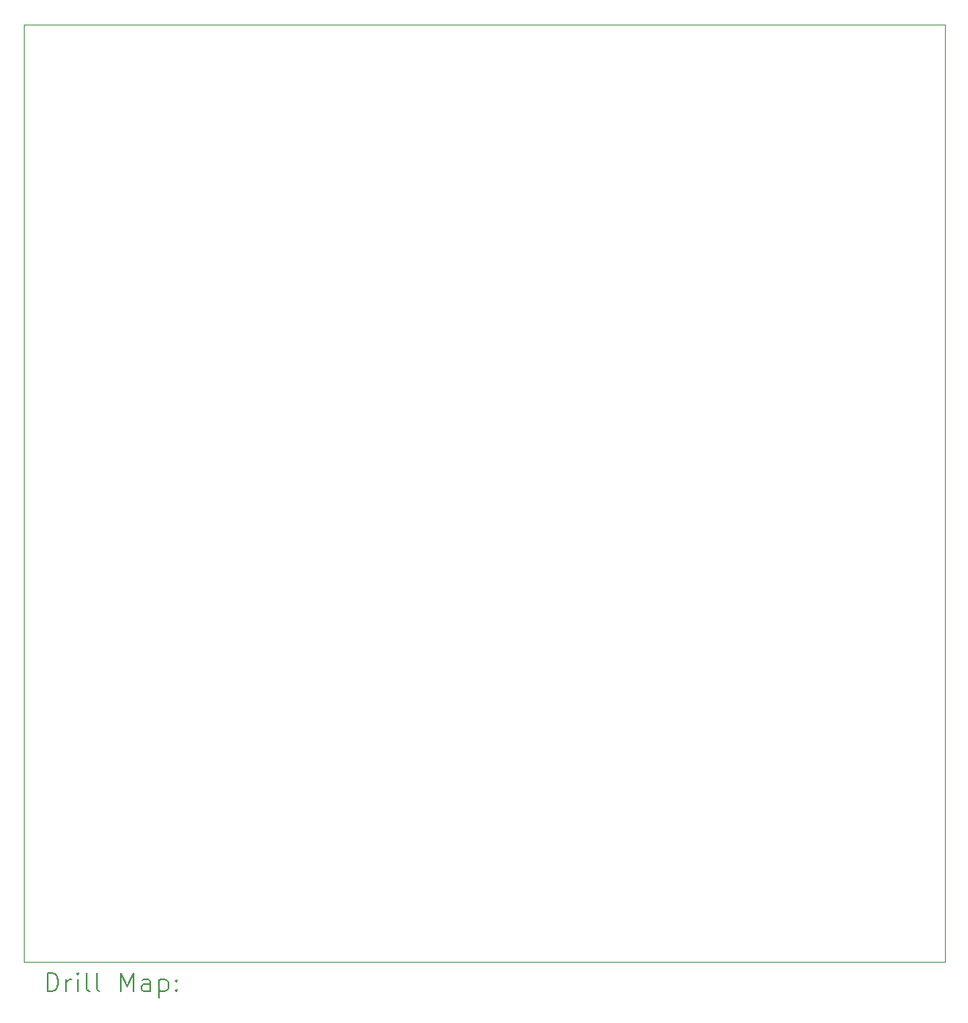
<source format=gbr>
%TF.GenerationSoftware,KiCad,Pcbnew,8.0.6-8.0.6-0~ubuntu22.04.1*%
%TF.CreationDate,2024-11-29T09:43:17+00:00*%
%TF.ProjectId,zx-spectrum-pico-dma,7a782d73-7065-4637-9472-756d2d706963,rev?*%
%TF.SameCoordinates,Original*%
%TF.FileFunction,Drillmap*%
%TF.FilePolarity,Positive*%
%FSLAX45Y45*%
G04 Gerber Fmt 4.5, Leading zero omitted, Abs format (unit mm)*
G04 Created by KiCad (PCBNEW 8.0.6-8.0.6-0~ubuntu22.04.1) date 2024-11-29 09:43:17*
%MOMM*%
%LPD*%
G01*
G04 APERTURE LIST*
%ADD10C,0.100000*%
%ADD11C,0.200000*%
G04 APERTURE END LIST*
D10*
X5162400Y-5307600D02*
X14978800Y-5307600D01*
X14978800Y-15298600D01*
X5162400Y-15298600D01*
X5162400Y-5307600D01*
D11*
X5418177Y-15615084D02*
X5418177Y-15415084D01*
X5418177Y-15415084D02*
X5465796Y-15415084D01*
X5465796Y-15415084D02*
X5494367Y-15424608D01*
X5494367Y-15424608D02*
X5513415Y-15443655D01*
X5513415Y-15443655D02*
X5522939Y-15462703D01*
X5522939Y-15462703D02*
X5532463Y-15500798D01*
X5532463Y-15500798D02*
X5532463Y-15529369D01*
X5532463Y-15529369D02*
X5522939Y-15567465D01*
X5522939Y-15567465D02*
X5513415Y-15586512D01*
X5513415Y-15586512D02*
X5494367Y-15605560D01*
X5494367Y-15605560D02*
X5465796Y-15615084D01*
X5465796Y-15615084D02*
X5418177Y-15615084D01*
X5618177Y-15615084D02*
X5618177Y-15481750D01*
X5618177Y-15519846D02*
X5627701Y-15500798D01*
X5627701Y-15500798D02*
X5637224Y-15491274D01*
X5637224Y-15491274D02*
X5656272Y-15481750D01*
X5656272Y-15481750D02*
X5675320Y-15481750D01*
X5741986Y-15615084D02*
X5741986Y-15481750D01*
X5741986Y-15415084D02*
X5732462Y-15424608D01*
X5732462Y-15424608D02*
X5741986Y-15434131D01*
X5741986Y-15434131D02*
X5751510Y-15424608D01*
X5751510Y-15424608D02*
X5741986Y-15415084D01*
X5741986Y-15415084D02*
X5741986Y-15434131D01*
X5865796Y-15615084D02*
X5846748Y-15605560D01*
X5846748Y-15605560D02*
X5837224Y-15586512D01*
X5837224Y-15586512D02*
X5837224Y-15415084D01*
X5970558Y-15615084D02*
X5951510Y-15605560D01*
X5951510Y-15605560D02*
X5941986Y-15586512D01*
X5941986Y-15586512D02*
X5941986Y-15415084D01*
X6199129Y-15615084D02*
X6199129Y-15415084D01*
X6199129Y-15415084D02*
X6265796Y-15557941D01*
X6265796Y-15557941D02*
X6332462Y-15415084D01*
X6332462Y-15415084D02*
X6332462Y-15615084D01*
X6513415Y-15615084D02*
X6513415Y-15510322D01*
X6513415Y-15510322D02*
X6503891Y-15491274D01*
X6503891Y-15491274D02*
X6484843Y-15481750D01*
X6484843Y-15481750D02*
X6446748Y-15481750D01*
X6446748Y-15481750D02*
X6427701Y-15491274D01*
X6513415Y-15605560D02*
X6494367Y-15615084D01*
X6494367Y-15615084D02*
X6446748Y-15615084D01*
X6446748Y-15615084D02*
X6427701Y-15605560D01*
X6427701Y-15605560D02*
X6418177Y-15586512D01*
X6418177Y-15586512D02*
X6418177Y-15567465D01*
X6418177Y-15567465D02*
X6427701Y-15548417D01*
X6427701Y-15548417D02*
X6446748Y-15538893D01*
X6446748Y-15538893D02*
X6494367Y-15538893D01*
X6494367Y-15538893D02*
X6513415Y-15529369D01*
X6608653Y-15481750D02*
X6608653Y-15681750D01*
X6608653Y-15491274D02*
X6627701Y-15481750D01*
X6627701Y-15481750D02*
X6665796Y-15481750D01*
X6665796Y-15481750D02*
X6684843Y-15491274D01*
X6684843Y-15491274D02*
X6694367Y-15500798D01*
X6694367Y-15500798D02*
X6703891Y-15519846D01*
X6703891Y-15519846D02*
X6703891Y-15576988D01*
X6703891Y-15576988D02*
X6694367Y-15596036D01*
X6694367Y-15596036D02*
X6684843Y-15605560D01*
X6684843Y-15605560D02*
X6665796Y-15615084D01*
X6665796Y-15615084D02*
X6627701Y-15615084D01*
X6627701Y-15615084D02*
X6608653Y-15605560D01*
X6789605Y-15596036D02*
X6799129Y-15605560D01*
X6799129Y-15605560D02*
X6789605Y-15615084D01*
X6789605Y-15615084D02*
X6780082Y-15605560D01*
X6780082Y-15605560D02*
X6789605Y-15596036D01*
X6789605Y-15596036D02*
X6789605Y-15615084D01*
X6789605Y-15491274D02*
X6799129Y-15500798D01*
X6799129Y-15500798D02*
X6789605Y-15510322D01*
X6789605Y-15510322D02*
X6780082Y-15500798D01*
X6780082Y-15500798D02*
X6789605Y-15491274D01*
X6789605Y-15491274D02*
X6789605Y-15510322D01*
M02*

</source>
